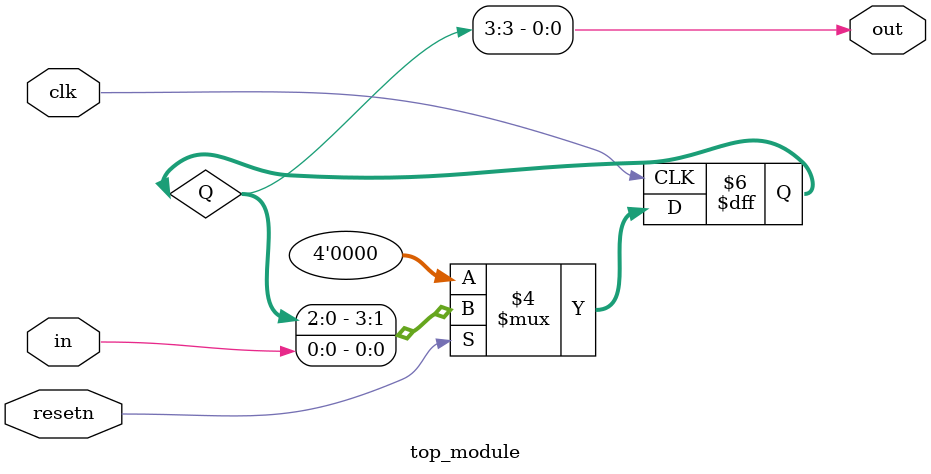
<source format=v>
module top_module (
    input clk,
    input resetn,   // synchronous reset
    input in,
    output out);
	 reg [3:0] Q;

    always @(posedge clk) begin
        if (!resetn)
            Q <= 0;      
        else
            Q <= {Q[2:0], in}; 
    end

    assign out = Q[3];

endmodule

</source>
